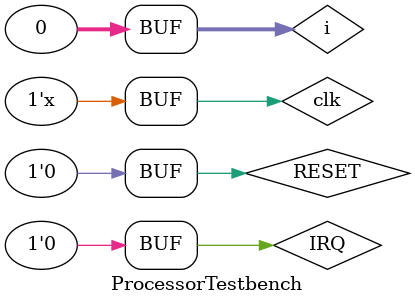
<source format=v>

`timescale 1ns / 1ps

module ProcessorTestbench;
   parameter DisplayBufferSize = 256;
   
   reg clk;
   reg RESET;
   reg IRQ;
   
   wire [DisplayBufferSize-1:0] DisplayBuffer;

   integer 	i = 0;
   reg [31:0] 	ver[1023:0];
   
   assign expAddress = ver[i];
   
   Processor uut
     (
      .clk(clk),
      .RESET(RESET),
      .IRQ(IRQ),
       
      .DisplayBuffer(DisplayBuffer)
      );
   
   initial begin
       clk = 1;
       RESET = 0;
       IRQ = 0;  
       #20 RESET = 1;
       #25 RESET = 0;
       
   end
   
   always begin
       #40 clk = ~clk;
   end

endmodule // ProcessorTestbench


</source>
